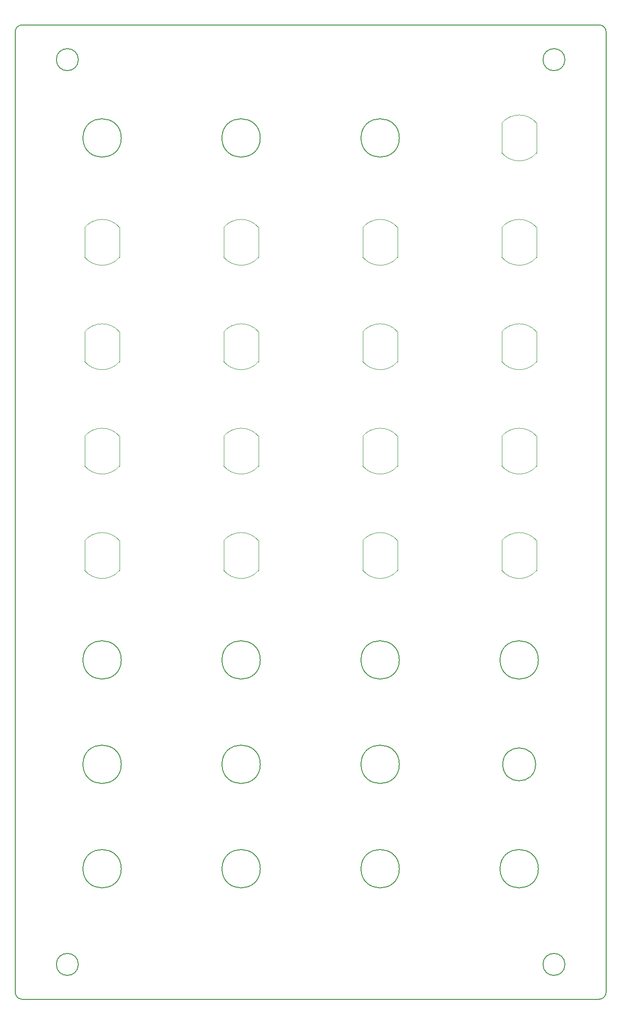
<source format=gbr>
G04 #@! TF.GenerationSoftware,KiCad,Pcbnew,(5.1.2)-2*
G04 #@! TF.CreationDate,2019-08-06T21:53:37+02:00*
G04 #@! TF.ProjectId,Benjolin_Panel,42656e6a-6f6c-4696-9e5f-50616e656c2e,rev?*
G04 #@! TF.SameCoordinates,Original*
G04 #@! TF.FileFunction,Copper,L2,Bot*
G04 #@! TF.FilePolarity,Positive*
%FSLAX46Y46*%
G04 Gerber Fmt 4.6, Leading zero omitted, Abs format (unit mm)*
G04 Created by KiCad (PCBNEW (5.1.2)-2) date 2019-08-06 21:53:37*
%MOMM*%
%LPD*%
G04 APERTURE LIST*
%ADD10C,0.150000*%
%ADD11C,0.025400*%
G04 APERTURE END LIST*
D10*
X173990000Y-190500000D02*
X68580000Y-190500000D01*
X173990000Y-12700000D02*
G75*
G02X175260000Y-13970000I0J-1270000D01*
G01*
X68580000Y-12700000D02*
X173990000Y-12700000D01*
X67310000Y-189230000D02*
X67310000Y-13970000D01*
X68580000Y-190500000D02*
G75*
G02X67310000Y-189230000I0J1270000D01*
G01*
X175260000Y-189230000D02*
G75*
G02X173990000Y-190500000I-1270000J0D01*
G01*
X67310000Y-13970000D02*
G75*
G02X68580000Y-12700000I1270000J0D01*
G01*
X175260000Y-13970000D02*
X175260000Y-189230000D01*
X112085000Y-147637500D02*
G75*
G03X112085000Y-147637500I-3500000J0D01*
G01*
X137485000Y-128587500D02*
G75*
G03X137485000Y-128587500I-3500000J0D01*
G01*
X86685000Y-128587500D02*
G75*
G03X86685000Y-128587500I-3500000J0D01*
G01*
X137485000Y-166687500D02*
G75*
G03X137485000Y-166687500I-3500000J0D01*
G01*
X162885000Y-128587500D02*
G75*
G03X162885000Y-128587500I-3500000J0D01*
G01*
X167735000Y-19050000D02*
G75*
G03X167735000Y-19050000I-2000000J0D01*
G01*
X137485000Y-147637500D02*
G75*
G03X137485000Y-147637500I-3500000J0D01*
G01*
X78835000Y-184150000D02*
G75*
G03X78835000Y-184150000I-2000000J0D01*
G01*
X112085000Y-128587500D02*
G75*
G03X112085000Y-128587500I-3500000J0D01*
G01*
X137485000Y-33337500D02*
G75*
G03X137485000Y-33337500I-3500000J0D01*
G01*
X112085000Y-166687500D02*
G75*
G03X112085000Y-166687500I-3500000J0D01*
G01*
X112077500Y-33337500D02*
G75*
G03X112077500Y-33337500I-3500000J0D01*
G01*
X86685000Y-147637500D02*
G75*
G03X86685000Y-147637500I-3500000J0D01*
G01*
X167735000Y-184150000D02*
G75*
G03X167735000Y-184150000I-2000000J0D01*
G01*
X162885000Y-166687500D02*
G75*
G03X162885000Y-166687500I-3500000J0D01*
G01*
X86685000Y-166687500D02*
G75*
G03X86685000Y-166687500I-3500000J0D01*
G01*
X86685000Y-33337500D02*
G75*
G03X86685000Y-33337500I-3500000J0D01*
G01*
X78835000Y-19050000D02*
G75*
G03X78835000Y-19050000I-2000000J0D01*
G01*
X162385000Y-147645000D02*
G75*
G03X162385000Y-147645000I-3000000J0D01*
G01*
D11*
X162559573Y-55118495D02*
G75*
G02X156210001Y-55117999I-3174573J2730995D01*
G01*
X156210427Y-49656505D02*
G75*
G02X162559999Y-49657001I3174573J-2730995D01*
G01*
X156210000Y-49657000D02*
X156210000Y-55118000D01*
X162559999Y-49657001D02*
X162560000Y-55118000D01*
X137159999Y-87757001D02*
X137160000Y-93218000D01*
X130810000Y-87757000D02*
X130810000Y-93218000D01*
X130810427Y-87756505D02*
G75*
G02X137159999Y-87757001I3174573J-2730995D01*
G01*
X137159573Y-93218495D02*
G75*
G02X130810001Y-93217999I-3174573J2730995D01*
G01*
X111759999Y-106807001D02*
X111760000Y-112268000D01*
X105410000Y-106807000D02*
X105410000Y-112268000D01*
X105410427Y-106806505D02*
G75*
G02X111759999Y-106807001I3174573J-2730995D01*
G01*
X111759573Y-112268495D02*
G75*
G02X105410001Y-112267999I-3174573J2730995D01*
G01*
X86359573Y-74168495D02*
G75*
G02X80010001Y-74167999I-3174573J2730995D01*
G01*
X80010427Y-68706505D02*
G75*
G02X86359999Y-68707001I3174573J-2730995D01*
G01*
X80010000Y-68707000D02*
X80010000Y-74168000D01*
X86359999Y-68707001D02*
X86360000Y-74168000D01*
X86359999Y-87757001D02*
X86360000Y-93218000D01*
X80010000Y-87757000D02*
X80010000Y-93218000D01*
X80010427Y-87756505D02*
G75*
G02X86359999Y-87757001I3174573J-2730995D01*
G01*
X86359573Y-93218495D02*
G75*
G02X80010001Y-93217999I-3174573J2730995D01*
G01*
X137159573Y-112268495D02*
G75*
G02X130810001Y-112267999I-3174573J2730995D01*
G01*
X130810427Y-106806505D02*
G75*
G02X137159999Y-106807001I3174573J-2730995D01*
G01*
X130810000Y-106807000D02*
X130810000Y-112268000D01*
X137159999Y-106807001D02*
X137160000Y-112268000D01*
X162559573Y-93218495D02*
G75*
G02X156210001Y-93217999I-3174573J2730995D01*
G01*
X156210427Y-87756505D02*
G75*
G02X162559999Y-87757001I3174573J-2730995D01*
G01*
X156210000Y-87757000D02*
X156210000Y-93218000D01*
X162559999Y-87757001D02*
X162560000Y-93218000D01*
X162559999Y-106807001D02*
X162560000Y-112268000D01*
X156210000Y-106807000D02*
X156210000Y-112268000D01*
X156210427Y-106806505D02*
G75*
G02X162559999Y-106807001I3174573J-2730995D01*
G01*
X162559573Y-112268495D02*
G75*
G02X156210001Y-112267999I-3174573J2730995D01*
G01*
X86359573Y-112268495D02*
G75*
G02X80010001Y-112267999I-3174573J2730995D01*
G01*
X80010427Y-106806505D02*
G75*
G02X86359999Y-106807001I3174573J-2730995D01*
G01*
X80010000Y-106807000D02*
X80010000Y-112268000D01*
X86359999Y-106807001D02*
X86360000Y-112268000D01*
X162559999Y-30607001D02*
X162560000Y-36068000D01*
X156210000Y-30607000D02*
X156210000Y-36068000D01*
X156210427Y-30606505D02*
G75*
G02X162559999Y-30607001I3174573J-2730995D01*
G01*
X162559573Y-36068495D02*
G75*
G02X156210001Y-36067999I-3174573J2730995D01*
G01*
X162559999Y-68707001D02*
X162560000Y-74168000D01*
X156210000Y-68707000D02*
X156210000Y-74168000D01*
X156210427Y-68706505D02*
G75*
G02X162559999Y-68707001I3174573J-2730995D01*
G01*
X162559573Y-74168495D02*
G75*
G02X156210001Y-74167999I-3174573J2730995D01*
G01*
X111759573Y-93218495D02*
G75*
G02X105410001Y-93217999I-3174573J2730995D01*
G01*
X105410427Y-87756505D02*
G75*
G02X111759999Y-87757001I3174573J-2730995D01*
G01*
X105410000Y-87757000D02*
X105410000Y-93218000D01*
X111759999Y-87757001D02*
X111760000Y-93218000D01*
X137159573Y-74168495D02*
G75*
G02X130810001Y-74167999I-3174573J2730995D01*
G01*
X130810427Y-68706505D02*
G75*
G02X137159999Y-68707001I3174573J-2730995D01*
G01*
X130810000Y-68707000D02*
X130810000Y-74168000D01*
X137159999Y-68707001D02*
X137160000Y-74168000D01*
X86359999Y-49657001D02*
X86360000Y-55118000D01*
X80010000Y-49657000D02*
X80010000Y-55118000D01*
X80010427Y-49656505D02*
G75*
G02X86359999Y-49657001I3174573J-2730995D01*
G01*
X86359573Y-55118495D02*
G75*
G02X80010001Y-55117999I-3174573J2730995D01*
G01*
X111759999Y-68707001D02*
X111760000Y-74168000D01*
X105410000Y-68707000D02*
X105410000Y-74168000D01*
X105410427Y-68706505D02*
G75*
G02X111759999Y-68707001I3174573J-2730995D01*
G01*
X111759573Y-74168495D02*
G75*
G02X105410001Y-74167999I-3174573J2730995D01*
G01*
X111759573Y-55118495D02*
G75*
G02X105410001Y-55117999I-3174573J2730995D01*
G01*
X105410427Y-49656505D02*
G75*
G02X111759999Y-49657001I3174573J-2730995D01*
G01*
X105410000Y-49657000D02*
X105410000Y-55118000D01*
X111759999Y-49657001D02*
X111760000Y-55118000D01*
X137159999Y-49657001D02*
X137160000Y-55118000D01*
X130810000Y-49657000D02*
X130810000Y-55118000D01*
X130810427Y-49656505D02*
G75*
G02X137159999Y-49657001I3174573J-2730995D01*
G01*
X137159573Y-55118495D02*
G75*
G02X130810001Y-55117999I-3174573J2730995D01*
G01*
M02*

</source>
